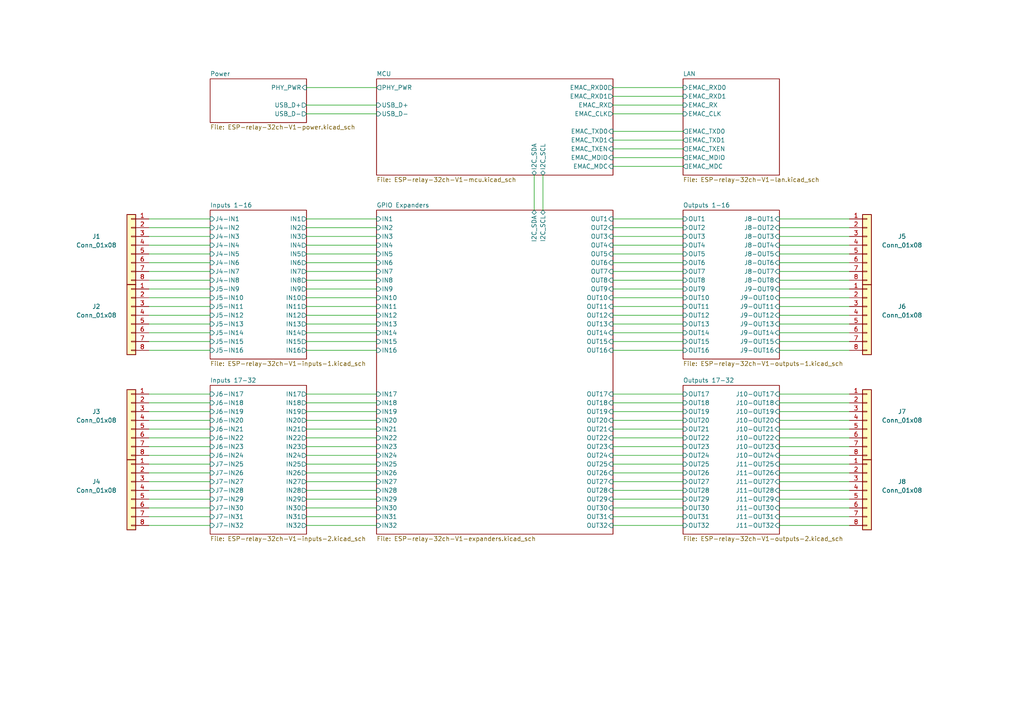
<source format=kicad_sch>
(kicad_sch (version 20230121) (generator eeschema)
  (paper "A4")
  (title_block (title "ESP 32x 24VDC Input 32x External Relay Output Module") (date "2023-04-24") (rev "V1"))
  (lib_symbols
    (symbol "Connector_Generic:Conn_01x08" (pin_names (offset 1.016) hide)
      (property "Reference" "J" (at 0 10.16 0))
      (property "Value" "Conn_01x08" (at 0 -12.7 0))
      (symbol "Conn_01x08_1_1"
        (rectangle (start -1.27 -10.033) (end 0 -10.287) (stroke (width 0.1524)))
        (rectangle (start -1.27 -7.493) (end 0 -7.747) (stroke (width 0.1524)))
        (rectangle (start -1.27 -4.953) (end 0 -5.207) (stroke (width 0.1524)))
        (rectangle (start -1.27 -2.413) (end 0 -2.667) (stroke (width 0.1524)))
        (rectangle (start -1.27 0.127) (end 0 -0.127) (stroke (width 0.1524)))
        (rectangle (start -1.27 2.667) (end 0 2.413) (stroke (width 0.1524)))
        (rectangle (start -1.27 5.207) (end 0 4.953) (stroke (width 0.1524)))
        (rectangle (start -1.27 7.747) (end 0 7.493) (stroke (width 0.1524)))
        (rectangle (start -1.27 8.89) (end 1.27 -11.43) (stroke (width 0.254)) (fill (type background)))
        (pin passive line (at -5.08 7.62 0) (length 3.81) (name "Pin_1") (number "1"))
        (pin passive line (at -5.08 5.08 0) (length 3.81) (name "Pin_2") (number "2"))
        (pin passive line (at -5.08 2.54 0) (length 3.81) (name "Pin_3") (number "3"))
        (pin passive line (at -5.08 0 0) (length 3.81) (name "Pin_4") (number "4"))
        (pin passive line (at -5.08 -2.54 0) (length 3.81) (name "Pin_5") (number "5"))
        (pin passive line (at -5.08 -5.08 0) (length 3.81) (name "Pin_6") (number "6"))
        (pin passive line (at -5.08 -7.62 0) (length 3.81) (name "Pin_7") (number "7"))
        (pin passive line (at -5.08 -10.16 0) (length 3.81) (name "Pin_8") (number "8"))
      )
    )
  )
  (wire (pts (xy 88.9 101.6) (xy 109.22 101.6)))
  (wire (pts (xy 177.8 114.3) (xy 198.12 114.3)))
  (wire (pts (xy 43.18 139.7) (xy 60.96 139.7)))
  (wire (pts (xy 88.9 83.82) (xy 109.22 83.82)))
  (wire (pts (xy 177.8 38.1) (xy 198.12 38.1)))
  (wire (pts (xy 226.06 68.58) (xy 246.38 68.58)))
  (wire (pts (xy 88.9 142.24) (xy 109.22 142.24)))
  (wire (pts (xy 177.8 116.84) (xy 198.12 116.84)))
  (wire (pts (xy 88.9 33.02) (xy 109.22 33.02)))
  (wire (pts (xy 177.8 121.92) (xy 198.12 121.92)))
  (wire (pts (xy 177.8 127) (xy 198.12 127)))
  (wire (pts (xy 177.8 132.08) (xy 198.12 132.08)))
  (wire (pts (xy 177.8 48.26) (xy 198.12 48.26)))
  (wire (pts (xy 43.18 66.04) (xy 60.96 66.04)))
  (wire (pts (xy 226.06 101.6) (xy 246.38 101.6)))
  (wire (pts (xy 226.06 127) (xy 246.38 127)))
  (wire (pts (xy 226.06 121.92) (xy 246.38 121.92)))
  (wire (pts (xy 226.06 147.32) (xy 246.38 147.32)))
  (wire (pts (xy 226.06 78.74) (xy 246.38 78.74)))
  (wire (pts (xy 88.9 25.4) (xy 109.22 25.4)))
  (wire (pts (xy 226.06 114.3) (xy 246.38 114.3)))
  (wire (pts (xy 177.8 152.4) (xy 198.12 152.4)))
  (wire (pts (xy 88.9 91.44) (xy 109.22 91.44)))
  (wire (pts (xy 88.9 121.92) (xy 109.22 121.92)))
  (wire (pts (xy 177.8 30.48) (xy 198.12 30.48)))
  (wire (pts (xy 43.18 96.52) (xy 60.96 96.52)))
  (wire (pts (xy 177.8 119.38) (xy 198.12 119.38)))
  (wire (pts (xy 226.06 149.86) (xy 246.38 149.86)))
  (wire (pts (xy 226.06 63.5) (xy 246.38 63.5)))
  (wire (pts (xy 226.06 99.06) (xy 246.38 99.06)))
  (wire (pts (xy 88.9 88.9) (xy 109.22 88.9)))
  (wire (pts (xy 177.8 68.58) (xy 198.12 68.58)))
  (wire (pts (xy 177.8 142.24) (xy 198.12 142.24)))
  (wire (pts (xy 177.8 91.44) (xy 198.12 91.44)))
  (wire (pts (xy 43.18 124.46) (xy 60.96 124.46)))
  (wire (pts (xy 226.06 71.12) (xy 246.38 71.12)))
  (wire (pts (xy 43.18 76.2) (xy 60.96 76.2)))
  (wire (pts (xy 88.9 86.36) (xy 109.22 86.36)))
  (wire (pts (xy 43.18 101.6) (xy 60.96 101.6)))
  (wire (pts (xy 43.18 81.28) (xy 60.96 81.28)))
  (wire (pts (xy 88.9 144.78) (xy 109.22 144.78)))
  (wire (pts (xy 88.9 124.46) (xy 109.22 124.46)))
  (wire (pts (xy 43.18 147.32) (xy 60.96 147.32)))
  (wire (pts (xy 226.06 134.62) (xy 246.38 134.62)))
  (wire (pts (xy 226.06 96.52) (xy 246.38 96.52)))
  (wire (pts (xy 43.18 119.38) (xy 60.96 119.38)))
  (wire (pts (xy 88.9 73.66) (xy 109.22 73.66)))
  (wire (pts (xy 177.8 27.94) (xy 198.12 27.94)))
  (wire (pts (xy 177.8 66.04) (xy 198.12 66.04)))
  (wire (pts (xy 177.8 147.32) (xy 198.12 147.32)))
  (wire (pts (xy 177.8 40.64) (xy 198.12 40.64)))
  (wire (pts (xy 43.18 152.4) (xy 60.96 152.4)))
  (wire (pts (xy 177.8 139.7) (xy 198.12 139.7)))
  (wire (pts (xy 88.9 134.62) (xy 109.22 134.62)))
  (wire (pts (xy 88.9 132.08) (xy 109.22 132.08)))
  (wire (pts (xy 88.9 30.48) (xy 109.22 30.48)))
  (wire (pts (xy 88.9 149.86) (xy 109.22 149.86)))
  (wire (pts (xy 88.9 127) (xy 109.22 127)))
  (wire (pts (xy 226.06 91.44) (xy 246.38 91.44)))
  (wire (pts (xy 177.8 71.12) (xy 198.12 71.12)))
  (wire (pts (xy 88.9 116.84) (xy 109.22 116.84)))
  (wire (pts (xy 88.9 119.38) (xy 109.22 119.38)))
  (wire (pts (xy 43.18 83.82) (xy 60.96 83.82)))
  (wire (pts (xy 43.18 149.86) (xy 60.96 149.86)))
  (wire (pts (xy 43.18 142.24) (xy 60.96 142.24)))
  (wire (pts (xy 43.18 121.92) (xy 60.96 121.92)))
  (wire (pts (xy 226.06 93.98) (xy 246.38 93.98)))
  (wire (pts (xy 88.9 99.06) (xy 109.22 99.06)))
  (wire (pts (xy 88.9 93.98) (xy 109.22 93.98)))
  (wire (pts (xy 43.18 129.54) (xy 60.96 129.54)))
  (wire (pts (xy 226.06 132.08) (xy 246.38 132.08)))
  (wire (pts (xy 177.8 81.28) (xy 198.12 81.28)))
  (wire (pts (xy 43.18 134.62) (xy 60.96 134.62)))
  (wire (pts (xy 88.9 147.32) (xy 109.22 147.32)))
  (wire (pts (xy 88.9 114.3) (xy 109.22 114.3)))
  (wire (pts (xy 177.8 78.74) (xy 198.12 78.74)))
  (wire (pts (xy 177.8 76.2) (xy 198.12 76.2)))
  (wire (pts (xy 177.8 73.66) (xy 198.12 73.66)))
  (wire (pts (xy 43.18 71.12) (xy 60.96 71.12)))
  (wire (pts (xy 43.18 73.66) (xy 60.96 73.66)))
  (wire (pts (xy 43.18 99.06) (xy 60.96 99.06)))
  (wire (pts (xy 226.06 81.28) (xy 246.38 81.28)))
  (wire (pts (xy 177.8 144.78) (xy 198.12 144.78)))
  (wire (pts (xy 157.48 50.8) (xy 157.48 60.96)))
  (wire (pts (xy 88.9 152.4) (xy 109.22 152.4)))
  (wire (pts (xy 177.8 129.54) (xy 198.12 129.54)))
  (wire (pts (xy 43.18 68.58) (xy 60.96 68.58)))
  (wire (pts (xy 88.9 63.5) (xy 109.22 63.5)))
  (wire (pts (xy 226.06 116.84) (xy 246.38 116.84)))
  (wire (pts (xy 88.9 71.12) (xy 109.22 71.12)))
  (wire (pts (xy 88.9 68.58) (xy 109.22 68.58)))
  (wire (pts (xy 88.9 76.2) (xy 109.22 76.2)))
  (wire (pts (xy 177.8 63.5) (xy 198.12 63.5)))
  (wire (pts (xy 88.9 78.74) (xy 109.22 78.74)))
  (wire (pts (xy 177.8 134.62) (xy 198.12 134.62)))
  (wire (pts (xy 177.8 45.72) (xy 198.12 45.72)))
  (wire (pts (xy 177.8 86.36) (xy 198.12 86.36)))
  (wire (pts (xy 226.06 152.4) (xy 246.38 152.4)))
  (wire (pts (xy 43.18 93.98) (xy 60.96 93.98)))
  (wire (pts (xy 43.18 137.16) (xy 60.96 137.16)))
  (wire (pts (xy 226.06 142.24) (xy 246.38 142.24)))
  (wire (pts (xy 226.06 76.2) (xy 246.38 76.2)))
  (wire (pts (xy 177.8 99.06) (xy 198.12 99.06)))
  (wire (pts (xy 88.9 129.54) (xy 109.22 129.54)))
  (wire (pts (xy 177.8 43.18) (xy 198.12 43.18)))
  (wire (pts (xy 88.9 96.52) (xy 109.22 96.52)))
  (wire (pts (xy 88.9 139.7) (xy 109.22 139.7)))
  (wire (pts (xy 226.06 139.7) (xy 246.38 139.7)))
  (wire (pts (xy 43.18 63.5) (xy 60.96 63.5)))
  (wire (pts (xy 226.06 124.46) (xy 246.38 124.46)))
  (wire (pts (xy 226.06 86.36) (xy 246.38 86.36)))
  (wire (pts (xy 43.18 91.44) (xy 60.96 91.44)))
  (wire (pts (xy 177.8 124.46) (xy 198.12 124.46)))
  (wire (pts (xy 88.9 66.04) (xy 109.22 66.04)))
  (wire (pts (xy 43.18 86.36) (xy 60.96 86.36)))
  (wire (pts (xy 43.18 114.3) (xy 60.96 114.3)))
  (wire (pts (xy 226.06 129.54) (xy 246.38 129.54)))
  (wire (pts (xy 177.8 88.9) (xy 198.12 88.9)))
  (wire (pts (xy 226.06 137.16) (xy 246.38 137.16)))
  (wire (pts (xy 154.94 50.8) (xy 154.94 60.96)))
  (wire (pts (xy 177.8 101.6) (xy 198.12 101.6)))
  (wire (pts (xy 226.06 88.9) (xy 246.38 88.9)))
  (wire (pts (xy 226.06 119.38) (xy 246.38 119.38)))
  (wire (pts (xy 43.18 144.78) (xy 60.96 144.78)))
  (wire (pts (xy 177.8 93.98) (xy 198.12 93.98)))
  (wire (pts (xy 43.18 88.9) (xy 60.96 88.9)))
  (wire (pts (xy 226.06 73.66) (xy 246.38 73.66)))
  (wire (pts (xy 177.8 149.86) (xy 198.12 149.86)))
  (wire (pts (xy 43.18 132.08) (xy 60.96 132.08)))
  (wire (pts (xy 177.8 96.52) (xy 198.12 96.52)))
  (wire (pts (xy 88.9 81.28) (xy 109.22 81.28)))
  (wire (pts (xy 43.18 78.74) (xy 60.96 78.74)))
  (wire (pts (xy 177.8 33.02) (xy 198.12 33.02)))
  (wire (pts (xy 226.06 83.82) (xy 246.38 83.82)))
  (wire (pts (xy 177.8 25.4) (xy 198.12 25.4)))
  (wire (pts (xy 226.06 144.78) (xy 246.38 144.78)))
  (wire (pts (xy 177.8 137.16) (xy 198.12 137.16)))
  (wire (pts (xy 177.8 83.82) (xy 198.12 83.82)))
  (wire (pts (xy 88.9 137.16) (xy 109.22 137.16)))
  (wire (pts (xy 43.18 116.84) (xy 60.96 116.84)))
  (wire (pts (xy 226.06 66.04) (xy 246.38 66.04)))
  (wire (pts (xy 43.18 127) (xy 60.96 127)))
  (symbol (lib_id "Connector_Generic:Conn_01x08") (at 251.46 91.44 0) (unit 1)
    (property "Reference" "J6" (at 261.62 88.9 0))
    (property "Value" "Conn_01x08" (at 261.62 91.44 0))
    (property "Footprint" "Tales:TerminalBlock_Dorabo_DB141V-2.54-08P_1x08_P2.54mm_Vertical" (effects hide))
    (property "JLCPCB BOM" "1" (effects hide))
    (property "LCSC Part #" "C2898750" (effects hide))
    (property "Mfr" "DIBO" (effects hide))
    (property "Mfr PN" "DB141V-2.54-8P" (effects hide))
    (property "Vendor" "JLCPCB" (effects hide))
    (property "Vendor PN" "C2898750" (effects hide))
  )
  (symbol (lib_id "Connector_Generic:Conn_01x08") (at 251.46 121.92 0) (unit 1)
    (property "Reference" "J7" (at 261.62 119.38 0))
    (property "Value" "Conn_01x08" (at 261.62 121.92 0))
    (property "Footprint" "Tales:TerminalBlock_Dorabo_DB141V-2.54-08P_1x08_P2.54mm_Vertical" (effects hide))
    (property "JLCPCB BOM" "1" (effects hide))
    (property "LCSC Part #" "C2898750" (effects hide))
    (property "Mfr" "DIBO" (effects hide))
    (property "Mfr PN" "DB141V-2.54-8P" (effects hide))
    (property "Vendor" "JLCPCB" (effects hide))
    (property "Vendor PN" "C2898750" (effects hide))
  )
  (symbol (lib_id "Connector_Generic:Conn_01x08") (at 251.46 71.12 0) (unit 1)
    (property "Reference" "J5" (at 261.62 68.58 0))
    (property "Value" "Conn_01x08" (at 261.62 71.12 0))
    (property "Footprint" "Tales:TerminalBlock_Dorabo_DB141V-2.54-08P_1x08_P2.54mm_Vertical" (effects hide))
    (property "JLCPCB BOM" "1" (effects hide))
    (property "LCSC Part #" "C2898750" (effects hide))
    (property "Mfr" "DIBO" (effects hide))
    (property "Mfr PN" "DB141V-2.54-8P" (effects hide))
    (property "Vendor" "JLCPCB" (effects hide))
    (property "Vendor PN" "C2898750" (effects hide))
  )
  (symbol (lib_id "Connector_Generic:Conn_01x08") (at 38.1 91.44 0) (mirror y) (unit 1)
    (property "Reference" "J2" (at 27.94 88.9 0))
    (property "Value" "Conn_01x08" (at 27.94 91.44 0))
    (property "Footprint" "Tales:TerminalBlock_Dorabo_DB141V-2.54-08P_1x08_P2.54mm_Vertical" (effects hide))
    (property "JLCPCB BOM" "1" (effects hide))
    (property "LCSC Part #" "C2898750" (effects hide))
    (property "Mfr" "DIBO" (effects hide))
    (property "Mfr PN" "DB141V-2.54-8P" (effects hide))
    (property "Vendor" "JLCPCB" (effects hide))
    (property "Vendor PN" "C2898750" (effects hide))
  )
  (symbol (lib_id "Connector_Generic:Conn_01x08") (at 38.1 71.12 0) (mirror y) (unit 1)
    (property "Reference" "J1" (at 27.94 68.58 0))
    (property "Value" "Conn_01x08" (at 27.94 71.12 0))
    (property "Footprint" "Tales:TerminalBlock_Dorabo_DB141V-2.54-08P_1x08_P2.54mm_Vertical" (effects hide))
    (property "JLCPCB BOM" "1" (effects hide))
    (property "LCSC Part #" "C2898750" (effects hide))
    (property "Mfr" "DIBO" (effects hide))
    (property "Mfr PN" "DB141V-2.54-8P" (effects hide))
    (property "Vendor" "JLCPCB" (effects hide))
    (property "Vendor PN" "C2898750" (effects hide))
  )
  (symbol (lib_id "Connector_Generic:Conn_01x08") (at 251.46 142.24 0) (unit 1)
    (property "Reference" "J8" (at 261.62 139.7 0))
    (property "Value" "Conn_01x08" (at 261.62 142.24 0))
    (property "Footprint" "Tales:TerminalBlock_Dorabo_DB141V-2.54-08P_1x08_P2.54mm_Vertical" (effects hide))
    (property "JLCPCB BOM" "1" (effects hide))
    (property "LCSC Part #" "C2898750" (effects hide))
    (property "Mfr" "DIBO" (effects hide))
    (property "Mfr PN" "DB141V-2.54-8P" (effects hide))
    (property "Vendor" "JLCPCB" (effects hide))
    (property "Vendor PN" "C2898750" (effects hide))
  )
  (symbol (lib_id "Connector_Generic:Conn_01x08") (at 38.1 121.92 0) (mirror y) (unit 1)
    (property "Reference" "J3" (at 27.94 119.38 0))
    (property "Value" "Conn_01x08" (at 27.94 121.92 0))
    (property "Footprint" "Tales:TerminalBlock_Dorabo_DB141V-2.54-08P_1x08_P2.54mm_Vertical" (effects hide))
    (property "JLCPCB BOM" "1" (effects hide))
    (property "LCSC Part #" "C2898750" (effects hide))
    (property "Mfr" "DIBO" (effects hide))
    (property "Mfr PN" "DB141V-2.54-8P" (effects hide))
    (property "Vendor" "JLCPCB" (effects hide))
    (property "Vendor PN" "C2898750" (effects hide))
  )
  (symbol (lib_id "Connector_Generic:Conn_01x08") (at 38.1 142.24 0) (mirror y) (unit 1)
    (property "Reference" "J4" (at 27.94 139.7 0))
    (property "Value" "Conn_01x08" (at 27.94 142.24 0))
    (property "Footprint" "Tales:TerminalBlock_Dorabo_DB141V-2.54-08P_1x08_P2.54mm_Vertical" (effects hide))
    (property "JLCPCB BOM" "1" (effects hide))
    (property "LCSC Part #" "C2898750" (effects hide))
    (property "Mfr" "DIBO" (effects hide))
    (property "Mfr PN" "DB141V-2.54-8P" (effects hide))
    (property "Vendor" "JLCPCB" (effects hide))
    (property "Vendor PN" "C2898750" (effects hide))
  )
  (sheet (at 60.96 111.76) (size 27.94 43.18) (stroke (width 0.1524))
    (property "Sheetname" "Inputs 17-32" (at 60.96 111.0484 0) (effects (justify left bottom)))
    (property "Sheetfile" "ESP-relay-32ch-V1-inputs-2.kicad_sch" (at 60.96 155.5246 0) (effects (justify left top)))
    (pin "IN19" output (at 88.9 119.38 0))
    (pin "IN20" output (at 88.9 121.92 0))
    (pin "IN18" output (at 88.9 116.84 0))
    (pin "IN17" output (at 88.9 114.3 0))
    (pin "IN30" output (at 88.9 147.32 0))
    (pin "IN25" output (at 88.9 134.62 0))
    (pin "IN26" output (at 88.9 137.16 0))
    (pin "IN29" output (at 88.9 144.78 0))
    (pin "IN27" output (at 88.9 139.7 0))
    (pin "IN28" output (at 88.9 142.24 0))
    (pin "IN31" output (at 88.9 149.86 0))
    (pin "IN32" output (at 88.9 152.4 0))
    (pin "IN21" output (at 88.9 124.46 0))
    (pin "IN24" output (at 88.9 132.08 0))
    (pin "IN22" output (at 88.9 127 0))
    (pin "IN23" output (at 88.9 129.54 0))
    (pin "J6-IN20" input (at 60.96 121.92 180))
    (pin "J6-IN24" input (at 60.96 132.08 180))
    (pin "J7-IN27" input (at 60.96 139.7 180))
    (pin "J6-IN23" input (at 60.96 129.54 180))
    (pin "J7-IN28" input (at 60.96 142.24 180))
    (pin "J6-IN19" input (at 60.96 119.38 180))
    (pin "J7-IN32" input (at 60.96 152.4 180))
    (pin "J7-IN31" input (at 60.96 149.86 180))
    (pin "J6-IN21" input (at 60.96 124.46 180))
    (pin "J6-IN22" input (at 60.96 127 180))
    (pin "J6-IN17" input (at 60.96 114.3 180))
    (pin "J6-IN18" input (at 60.96 116.84 180))
    (pin "J7-IN30" input (at 60.96 147.32 180))
    (pin "J7-IN29" input (at 60.96 144.78 180))
    (pin "J7-IN26" input (at 60.96 137.16 180))
    (pin "J7-IN25" input (at 60.96 134.62 180))
  )
  (sheet (at 198.12 60.96) (size 27.94 43.18) (stroke (width 0.1524))
    (property "Sheetname" "Outputs 1-16" (at 198.12 60.2484 0) (effects (justify left bottom)))
    (property "Sheetfile" "ESP-relay-32ch-V1-outputs-1.kicad_sch" (at 198.12 104.7246 0) (effects (justify left top)))
    (pin "OUT5" input (at 198.12 73.66 180))
    (pin "J8-OUT1" input (at 226.06 63.5 0))
    (pin "OUT1" input (at 198.12 63.5 180))
    (pin "OUT6" input (at 198.12 76.2 180))
    (pin "OUT7" input (at 198.12 78.74 180))
    (pin "OUT2" input (at 198.12 66.04 180))
    (pin "J8-OUT3" input (at 226.06 68.58 0))
    (pin "J8-OUT2" input (at 226.06 66.04 0))
    (pin "J8-OUT4" input (at 226.06 71.12 0))
    (pin "OUT4" input (at 198.12 71.12 180))
    (pin "OUT3" input (at 198.12 68.58 180))
    (pin "J8-OUT6" input (at 226.06 76.2 0))
    (pin "J8-OUT7" input (at 226.06 78.74 0))
    (pin "OUT11" input (at 198.12 88.9 180))
    (pin "OUT10" input (at 198.12 86.36 180))
    (pin "OUT9" input (at 198.12 83.82 180))
    (pin "J8-OUT5" input (at 226.06 73.66 0))
    (pin "J8-OUT8" input (at 226.06 81.28 0))
    (pin "OUT12" input (at 198.12 91.44 180))
    (pin "OUT8" input (at 198.12 81.28 180))
    (pin "J9-OUT9" input (at 226.06 83.82 0))
    (pin "J9-OUT10" input (at 226.06 86.36 0))
    (pin "J9-OUT11" input (at 226.06 88.9 0))
    (pin "J9-OUT12" input (at 226.06 91.44 0))
    (pin "OUT13" input (at 198.12 93.98 180))
    (pin "OUT14" input (at 198.12 96.52 180))
    (pin "J9-OUT13" input (at 226.06 93.98 0))
    (pin "J9-OUT14" input (at 226.06 96.52 0))
    (pin "OUT15" input (at 198.12 99.06 180))
    (pin "J9-OUT15" input (at 226.06 99.06 0))
    (pin "OUT16" input (at 198.12 101.6 180))
    (pin "J9-OUT16" input (at 226.06 101.6 0))
  )
  (sheet (at 60.96 22.86) (size 27.94 12.7) (stroke (width 0.1524))
    (property "Sheetname" "Power" (at 60.96 22.1484 0) (effects (justify left bottom)))
    (property "Sheetfile" "ESP-relay-32ch-V1-power.kicad_sch" (at 60.96 36.1446 0) (effects (justify left top)))
    (pin "PHY_PWR" input (at 88.9 25.4 0))
    (pin "USB_D+" output (at 88.9 30.48 0))
    (pin "USB_D-" output (at 88.9 33.02 0))
  )
  (sheet (at 60.96 60.96) (size 27.94 43.18) (stroke (width 0.1524))
    (property "Sheetname" "Inputs 1-16" (at 60.96 60.2484 0) (effects (justify left bottom)))
    (property "Sheetfile" "ESP-relay-32ch-V1-inputs-1.kicad_sch" (at 60.96 104.7246 0) (effects (justify left top)))
    (pin "IN7" output (at 88.9 78.74 0))
    (pin "IN8" output (at 88.9 81.28 0))
    (pin "IN4" output (at 88.9 71.12 0))
    (pin "IN3" output (at 88.9 68.58 0))
    (pin "IN5" output (at 88.9 73.66 0))
    (pin "IN6" output (at 88.9 76.2 0))
    (pin "IN2" output (at 88.9 66.04 0))
    (pin "IN1" output (at 88.9 63.5 0))
    (pin "IN14" output (at 88.9 96.52 0))
    (pin "IN10" output (at 88.9 86.36 0))
    (pin "IN15" output (at 88.9 99.06 0))
    (pin "IN16" output (at 88.9 101.6 0))
    (pin "IN9" output (at 88.9 83.82 0))
    (pin "IN12" output (at 88.9 91.44 0))
    (pin "IN11" output (at 88.9 88.9 0))
    (pin "IN13" output (at 88.9 93.98 0))
    (pin "J4-IN4" input (at 60.96 71.12 180))
    (pin "J4-IN2" input (at 60.96 66.04 180))
    (pin "J4-IN1" input (at 60.96 63.5 180))
    (pin "J4-IN3" input (at 60.96 68.58 180))
    (pin "J4-IN7" input (at 60.96 78.74 180))
    (pin "J4-IN8" input (at 60.96 81.28 180))
    (pin "J4-IN6" input (at 60.96 76.2 180))
    (pin "J4-IN5" input (at 60.96 73.66 180))
    (pin "J5-IN16" input (at 60.96 101.6 180))
    (pin "J5-IN13" input (at 60.96 93.98 180))
    (pin "J5-IN14" input (at 60.96 96.52 180))
    (pin "J5-IN15" input (at 60.96 99.06 180))
    (pin "J5-IN9" input (at 60.96 83.82 180))
    (pin "J5-IN12" input (at 60.96 91.44 180))
    (pin "J5-IN10" input (at 60.96 86.36 180))
    (pin "J5-IN11" input (at 60.96 88.9 180))
  )
  (sheet (at 109.22 60.96) (size 68.58 93.98) (stroke (width 0.1524))
    (property "Sheetname" "GPIO Expanders" (at 109.22 60.2484 0) (effects (justify left bottom)))
    (property "Sheetfile" "ESP-relay-32ch-V1-expanders.kicad_sch" (at 109.22 155.5246 0) (effects (justify left top)))
    (pin "IN8" input (at 109.22 81.28 180))
    (pin "IN6" input (at 109.22 76.2 180))
    (pin "IN5" input (at 109.22 73.66 180))
    (pin "IN7" input (at 109.22 78.74 180))
    (pin "IN4" input (at 109.22 71.12 180))
    (pin "IN2" input (at 109.22 66.04 180))
    (pin "IN3" input (at 109.22 68.58 180))
    (pin "IN1" input (at 109.22 63.5 180))
    (pin "OUT20" input (at 177.8 121.92 0))
    (pin "OUT19" input (at 177.8 119.38 0))
    (pin "OUT18" input (at 177.8 116.84 0))
    (pin "OUT21" input (at 177.8 124.46 0))
    (pin "OUT24" input (at 177.8 132.08 0))
    (pin "OUT22" input (at 177.8 127 0))
    (pin "OUT23" input (at 177.8 129.54 0))
    (pin "OUT14" input (at 177.8 96.52 0))
    (pin "OUT16" input (at 177.8 101.6 0))
    (pin "OUT15" input (at 177.8 99.06 0))
    (pin "OUT13" input (at 177.8 93.98 0))
    (pin "OUT9" input (at 177.8 83.82 0))
    (pin "OUT10" input (at 177.8 86.36 0))
    (pin "OUT11" input (at 177.8 88.9 0))
    (pin "OUT12" input (at 177.8 91.44 0))
    (pin "IN15" input (at 109.22 99.06 180))
    (pin "IN16" input (at 109.22 101.6 180))
    (pin "IN9" input (at 109.22 83.82 180))
    (pin "IN11" input (at 109.22 88.9 180))
    (pin "IN10" input (at 109.22 86.36 180))
    (pin "IN12" input (at 109.22 91.44 180))
    (pin "IN14" input (at 109.22 96.52 180))
    (pin "IN13" input (at 109.22 93.98 180))
    (pin "IN25" input (at 109.22 134.62 180))
    (pin "IN27" input (at 109.22 139.7 180))
    (pin "IN26" input (at 109.22 137.16 180))
    (pin "IN28" input (at 109.22 142.24 180))
    (pin "IN29" input (at 109.22 144.78 180))
    (pin "IN30" input (at 109.22 147.32 180))
    (pin "IN32" input (at 109.22 152.4 180))
    (pin "IN17" input (at 109.22 114.3 180))
    (pin "IN31" input (at 109.22 149.86 180))
    (pin "IN24" input (at 109.22 132.08 180))
    (pin "IN23" input (at 109.22 129.54 180))
    (pin "IN22" input (at 109.22 127 180))
    (pin "IN18" input (at 109.22 116.84 180))
    (pin "IN21" input (at 109.22 124.46 180))
    (pin "IN19" input (at 109.22 119.38 180))
    (pin "IN20" input (at 109.22 121.92 180))
    (pin "OUT4" input (at 177.8 71.12 0))
    (pin "OUT3" input (at 177.8 68.58 0))
    (pin "OUT5" input (at 177.8 73.66 0))
    (pin "OUT7" input (at 177.8 78.74 0))
    (pin "OUT6" input (at 177.8 76.2 0))
    (pin "OUT8" input (at 177.8 81.28 0))
    (pin "OUT2" input (at 177.8 66.04 0))
    (pin "OUT1" input (at 177.8 63.5 0))
    (pin "OUT32" input (at 177.8 152.4 0))
    (pin "OUT17" input (at 177.8 114.3 0))
    (pin "OUT27" input (at 177.8 139.7 0))
    (pin "OUT30" input (at 177.8 147.32 0))
    (pin "OUT31" input (at 177.8 149.86 0))
    (pin "OUT26" input (at 177.8 137.16 0))
    (pin "OUT28" input (at 177.8 142.24 0))
    (pin "OUT25" input (at 177.8 134.62 0))
    (pin "OUT29" input (at 177.8 144.78 0))
    (pin "I2C_SDA" bidirectional (at 154.94 60.96 90))
    (pin "I2C_SCL" bidirectional (at 157.48 60.96 90))
  )
  (sheet (at 198.12 22.86) (size 27.94 27.94) (stroke (width 0.1524))
    (property "Sheetname" "LAN" (at 198.12 22.1484 0) (effects (justify left bottom)))
    (property "Sheetfile" "ESP-relay-32ch-V1-lan.kicad_sch" (at 198.12 51.3846 0) (effects (justify left top)))
    (pin "EMAC_RX" input (at 198.12 30.48 180))
    (pin "EMAC_MDIO" output (at 198.12 45.72 180))
    (pin "EMAC_TXD0" output (at 198.12 38.1 180))
    (pin "EMAC_TXD1" output (at 198.12 40.64 180))
    (pin "EMAC_TXEN" output (at 198.12 43.18 180))
    (pin "EMAC_RXD1" input (at 198.12 27.94 180))
    (pin "EMAC_RXD0" input (at 198.12 25.4 180))
    (pin "EMAC_MDC" output (at 198.12 48.26 180))
    (pin "EMAC_CLK" input (at 198.12 33.02 180))
  )
  (sheet (at 198.12 111.76) (size 27.94 43.18) (stroke (width 0.1524))
    (property "Sheetname" "Outputs 17-32" (at 198.12 111.0484 0) (effects (justify left bottom)))
    (property "Sheetfile" "ESP-relay-32ch-V1-outputs-2.kicad_sch" (at 198.12 155.5246 0) (effects (justify left top)))
    (pin "OUT17" input (at 198.12 114.3 180))
    (pin "OUT26" input (at 198.12 137.16 180))
    (pin "OUT27" input (at 198.12 139.7 180))
    (pin "OUT20" input (at 198.12 121.92 180))
    (pin "OUT25" input (at 198.12 134.62 180))
    (pin "OUT21" input (at 198.12 124.46 180))
    (pin "OUT22" input (at 198.12 127 180))
    (pin "OUT18" input (at 198.12 116.84 180))
    (pin "OUT19" input (at 198.12 119.38 180))
    (pin "OUT24" input (at 198.12 132.08 180))
    (pin "OUT23" input (at 198.12 129.54 180))
    (pin "OUT28" input (at 198.12 142.24 180))
    (pin "OUT31" input (at 198.12 149.86 180))
    (pin "OUT30" input (at 198.12 147.32 180))
    (pin "OUT32" input (at 198.12 152.4 180))
    (pin "OUT29" input (at 198.12 144.78 180))
    (pin "J10-OUT22" input (at 226.06 127 0))
    (pin "J10-OUT23" input (at 226.06 129.54 0))
    (pin "J10-OUT20" input (at 226.06 121.92 0))
    (pin "J10-OUT21" input (at 226.06 124.46 0))
    (pin "J10-OUT18" input (at 226.06 116.84 0))
    (pin "J10-OUT17" input (at 226.06 114.3 0))
    (pin "J10-OUT19" input (at 226.06 119.38 0))
    (pin "J10-OUT24" input (at 226.06 132.08 0))
    (pin "J11-OUT31" input (at 226.06 149.86 0))
    (pin "J11-OUT26" input (at 226.06 137.16 0))
    (pin "J11-OUT25" input (at 226.06 134.62 0))
    (pin "J11-OUT30" input (at 226.06 147.32 0))
    (pin "J11-OUT27" input (at 226.06 139.7 0))
    (pin "J11-OUT28" input (at 226.06 142.24 0))
    (pin "J11-OUT32" input (at 226.06 152.4 0))
    (pin "J11-OUT29" input (at 226.06 144.78 0))
  )
  (sheet (at 109.22 22.86) (size 68.58 27.94) (stroke (width 0.1524))
    (property "Sheetname" "MCU" (at 109.22 22.1484 0) (effects (justify left bottom)))
    (property "Sheetfile" "ESP-relay-32ch-V1-mcu.kicad_sch" (at 109.22 51.3846 0) (effects (justify left top)))
    (pin "PHY_PWR" output (at 109.22 25.4 180))
    (pin "EMAC_MDIO" input (at 177.8 45.72 0))
    (pin "EMAC_TXD0" input (at 177.8 38.1 0))
    (pin "EMAC_CLK" output (at 177.8 33.02 0))
    (pin "EMAC_MDC" input (at 177.8 48.26 0))
    (pin "EMAC_RXD0" output (at 177.8 25.4 0))
    (pin "EMAC_TXEN" input (at 177.8 43.18 0))
    (pin "EMAC_TXD1" input (at 177.8 40.64 0))
    (pin "EMAC_RXD1" output (at 177.8 27.94 0))
    (pin "EMAC_RX" output (at 177.8 30.48 0))
    (pin "USB_D-" input (at 109.22 33.02 180))
    (pin "USB_D+" input (at 109.22 30.48 180))
    (pin "I2C_SDA" bidirectional (at 154.94 50.8 270))
    (pin "I2C_SCL" bidirectional (at 157.48 50.8 270))
  )
)
</source>
